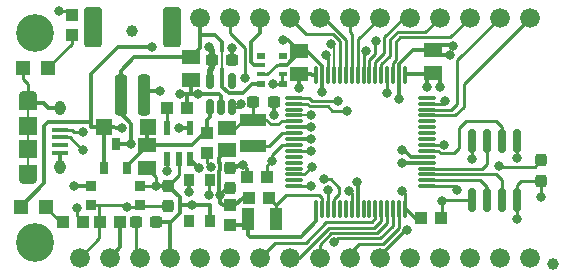
<source format=gbr>
%TF.GenerationSoftware,KiCad,Pcbnew,8.0.4-8.0.4-0~ubuntu22.04.1*%
%TF.CreationDate,2024-08-18T15:20:42-07:00*%
%TF.ProjectId,feather_M4_express,66656174-6865-4725-9f4d-345f65787072,rev?*%
%TF.SameCoordinates,Original*%
%TF.FileFunction,Copper,L1,Top*%
%TF.FilePolarity,Positive*%
%FSLAX46Y46*%
G04 Gerber Fmt 4.6, Leading zero omitted, Abs format (unit mm)*
G04 Created by KiCad (PCBNEW 8.0.4-8.0.4-0~ubuntu22.04.1) date 2024-08-18 15:20:42*
%MOMM*%
%LPD*%
G01*
G04 APERTURE LIST*
G04 Aperture macros list*
%AMRoundRect*
0 Rectangle with rounded corners*
0 $1 Rounding radius*
0 $2 $3 $4 $5 $6 $7 $8 $9 X,Y pos of 4 corners*
0 Add a 4 corners polygon primitive as box body*
4,1,4,$2,$3,$4,$5,$6,$7,$8,$9,$2,$3,0*
0 Add four circle primitives for the rounded corners*
1,1,$1+$1,$2,$3*
1,1,$1+$1,$4,$5*
1,1,$1+$1,$6,$7*
1,1,$1+$1,$8,$9*
0 Add four rect primitives between the rounded corners*
20,1,$1+$1,$2,$3,$4,$5,0*
20,1,$1+$1,$4,$5,$6,$7,0*
20,1,$1+$1,$6,$7,$8,$9,0*
20,1,$1+$1,$8,$9,$2,$3,0*%
G04 Aperture macros list end*
%TA.AperFunction,SMDPad,CuDef*%
%ADD10R,1.000000X1.075000*%
%TD*%
%TA.AperFunction,SMDPad,CuDef*%
%ADD11R,1.350000X0.400000*%
%TD*%
%TA.AperFunction,ComponentPad*%
%ADD12O,1.550000X0.890000*%
%TD*%
%TA.AperFunction,SMDPad,CuDef*%
%ADD13R,1.550000X1.200000*%
%TD*%
%TA.AperFunction,ComponentPad*%
%ADD14O,0.950000X1.250000*%
%TD*%
%TA.AperFunction,SMDPad,CuDef*%
%ADD15R,1.550000X1.500000*%
%TD*%
%TA.AperFunction,SMDPad,CuDef*%
%ADD16R,1.200000X1.200000*%
%TD*%
%TA.AperFunction,ComponentPad*%
%ADD17C,3.200000*%
%TD*%
%TA.AperFunction,SMDPad,CuDef*%
%ADD18R,0.635000X1.016000*%
%TD*%
%TA.AperFunction,SMDPad,CuDef*%
%ADD19R,0.900000X0.900000*%
%TD*%
%TA.AperFunction,SMDPad,CuDef*%
%ADD20R,2.200000X1.016000*%
%TD*%
%TA.AperFunction,ComponentPad*%
%ADD21C,1.676400*%
%TD*%
%TA.AperFunction,SMDPad,CuDef*%
%ADD22C,1.000000*%
%TD*%
%TA.AperFunction,SMDPad,CuDef*%
%ADD23R,1.500000X1.240000*%
%TD*%
%TA.AperFunction,SMDPad,CuDef*%
%ADD24RoundRect,0.075000X0.075000X-0.662500X0.075000X0.662500X-0.075000X0.662500X-0.075000X-0.662500X0*%
%TD*%
%TA.AperFunction,SMDPad,CuDef*%
%ADD25RoundRect,0.075000X0.662500X-0.075000X0.662500X0.075000X-0.662500X0.075000X-0.662500X-0.075000X0*%
%TD*%
%TA.AperFunction,SMDPad,CuDef*%
%ADD26RoundRect,0.237500X-0.237500X0.300000X-0.237500X-0.300000X0.237500X-0.300000X0.237500X0.300000X0*%
%TD*%
%TA.AperFunction,SMDPad,CuDef*%
%ADD27R,1.075000X1.000000*%
%TD*%
%TA.AperFunction,SMDPad,CuDef*%
%ADD28R,0.800000X0.500000*%
%TD*%
%TA.AperFunction,SMDPad,CuDef*%
%ADD29R,0.800000X0.400000*%
%TD*%
%TA.AperFunction,SMDPad,CuDef*%
%ADD30RoundRect,0.150000X0.150000X-0.825000X0.150000X0.825000X-0.150000X0.825000X-0.150000X-0.825000X0*%
%TD*%
%TA.AperFunction,SMDPad,CuDef*%
%ADD31RoundRect,0.250000X0.250000X1.500000X-0.250000X1.500000X-0.250000X-1.500000X0.250000X-1.500000X0*%
%TD*%
%TA.AperFunction,SMDPad,CuDef*%
%ADD32RoundRect,0.250001X0.499999X1.449999X-0.499999X1.449999X-0.499999X-1.449999X0.499999X-1.449999X0*%
%TD*%
%TA.AperFunction,SMDPad,CuDef*%
%ADD33RoundRect,0.237500X-0.300000X-0.237500X0.300000X-0.237500X0.300000X0.237500X-0.300000X0.237500X0*%
%TD*%
%TA.AperFunction,SMDPad,CuDef*%
%ADD34R,1.100000X1.900000*%
%TD*%
%TA.AperFunction,SMDPad,CuDef*%
%ADD35R,1.400000X1.400000*%
%TD*%
%TA.AperFunction,SMDPad,CuDef*%
%ADD36R,0.850000X1.000000*%
%TD*%
%TA.AperFunction,SMDPad,CuDef*%
%ADD37R,0.550000X1.200000*%
%TD*%
%TA.AperFunction,SMDPad,CuDef*%
%ADD38RoundRect,0.237500X0.237500X-0.300000X0.237500X0.300000X-0.237500X0.300000X-0.237500X-0.300000X0*%
%TD*%
%TA.AperFunction,SMDPad,CuDef*%
%ADD39RoundRect,0.150000X0.150000X-0.512500X0.150000X0.512500X-0.150000X0.512500X-0.150000X-0.512500X0*%
%TD*%
%TA.AperFunction,ViaPad*%
%ADD40C,0.800000*%
%TD*%
%TA.AperFunction,ViaPad*%
%ADD41C,0.800100*%
%TD*%
%TA.AperFunction,ViaPad*%
%ADD42C,0.806400*%
%TD*%
%TA.AperFunction,Conductor*%
%ADD43C,0.304800*%
%TD*%
%TA.AperFunction,Conductor*%
%ADD44C,0.250000*%
%TD*%
%TA.AperFunction,Conductor*%
%ADD45C,0.254000*%
%TD*%
%TA.AperFunction,Conductor*%
%ADD46C,0.130000*%
%TD*%
%TA.AperFunction,Conductor*%
%ADD47C,0.508000*%
%TD*%
%TA.AperFunction,Conductor*%
%ADD48C,0.203200*%
%TD*%
%TA.AperFunction,Conductor*%
%ADD49C,0.200000*%
%TD*%
G04 APERTURE END LIST*
D10*
%TO.P,R7,1,1*%
%TO.N,/D13*%
X210032600Y-127279400D03*
%TO.P,R7,2,2*%
%TO.N,Net-(L1-PadA)*%
X210032600Y-128979400D03*
%TD*%
D11*
%TO.P,X3,1,VBUS*%
%TO.N,VBUS*%
X208998800Y-136338200D03*
%TO.P,X3,2,D-*%
%TO.N,/D-*%
X208998800Y-136988200D03*
%TO.P,X3,3,D+*%
%TO.N,/D+*%
X208998800Y-137638200D03*
%TO.P,X3,4,ID*%
%TO.N,unconnected-(X3-ID-Pad4)*%
X208998800Y-138288200D03*
%TO.P,X3,5,GND*%
%TO.N,GND*%
X208998800Y-138938200D03*
D12*
%TO.P,X3,6,Shield*%
X206298800Y-134138200D03*
D13*
X206298800Y-134738200D03*
D14*
X208998800Y-135138200D03*
D15*
X206298800Y-136638200D03*
X206298800Y-138638200D03*
D14*
X208998800Y-140138200D03*
D13*
X206298800Y-140538200D03*
D12*
X206298800Y-141138200D03*
%TD*%
D10*
%TO.P,C2,1,1*%
%TO.N,Net-(U$1A-PA00{slash}EINT0{slash}SERCOM1.0)*%
X223418400Y-145083900D03*
%TO.P,C2,2,2*%
%TO.N,GND*%
X223418400Y-143383900D03*
%TD*%
D16*
%TO.P,L1,A,A*%
%TO.N,Net-(L1-PadA)*%
X208000600Y-131724400D03*
%TO.P,L1,C,C*%
%TO.N,GND*%
X205900600Y-131724400D03*
%TD*%
D17*
%TO.P,U$32,P$1*%
%TO.N,N/C*%
X206857600Y-146532600D03*
%TD*%
D18*
%TO.P,Q3,1,G*%
%TO.N,VBUS*%
X212765600Y-140226800D03*
%TO.P,Q3,2,S*%
%TO.N,/Vin*%
X214665600Y-140226800D03*
%TO.P,Q3,3,D*%
%TO.N,VBAT*%
X213715600Y-138226800D03*
%TD*%
D19*
%TO.P,SW1,A,P*%
%TO.N,/~{RESET}*%
X211673000Y-143332200D03*
%TO.P,SW1,A',P1*%
X215773000Y-143332200D03*
%TO.P,SW1,B,S*%
%TO.N,GND*%
X211673000Y-141732200D03*
%TO.P,SW1,B',S1*%
X215773000Y-141732200D03*
%TD*%
D16*
%TO.P,CHG,A,A*%
%TO.N,VBUS*%
X205689200Y-143484600D03*
%TO.P,CHG,C,C*%
%TO.N,Net-(CHG1-PadC)*%
X207789200Y-143484600D03*
%TD*%
D20*
%TO.P,L2,P$1,1*%
%TO.N,Net-(L2-1)*%
X225374200Y-136134600D03*
%TO.P,L2,P$2,2*%
%TO.N,Net-(L2-2)*%
X225374200Y-138388600D03*
%TD*%
D21*
%TO.P,JP1,1,Pin_1*%
%TO.N,/D4*%
X248767600Y-147802600D03*
%TO.P,JP1,2,Pin_2*%
%TO.N,/TX_D1*%
X246227600Y-147802600D03*
%TO.P,JP1,3,Pin_3*%
%TO.N,/RX_D0*%
X243687600Y-147802600D03*
%TO.P,JP1,4,Pin_4*%
%TO.N,/MISO*%
X241147600Y-147802600D03*
%TO.P,JP1,5,Pin_5*%
%TO.N,/MOSI*%
X238607600Y-147802600D03*
%TO.P,JP1,6,Pin_6*%
%TO.N,/SCK*%
X236067600Y-147802600D03*
%TO.P,JP1,7,Pin_7*%
%TO.N,/A5*%
X233527600Y-147802600D03*
%TO.P,JP1,8,Pin_8*%
%TO.N,/A4*%
X230987600Y-147802600D03*
%TO.P,JP1,9,Pin_9*%
%TO.N,/A3*%
X228447600Y-147802600D03*
%TO.P,JP1,10,Pin_10*%
%TO.N,/A2*%
X225907600Y-147802600D03*
%TO.P,JP1,11,Pin_11*%
%TO.N,/A1*%
X223367600Y-147802600D03*
%TO.P,JP1,12,Pin_12*%
%TO.N,/A0*%
X220827600Y-147802600D03*
%TO.P,JP1,13,Pin_13*%
%TO.N,GND*%
X218287600Y-147802600D03*
%TO.P,JP1,14,Pin_14*%
%TO.N,/AREF*%
X215747600Y-147802600D03*
%TO.P,JP1,15,Pin_15*%
%TO.N,+3V3*%
X213207600Y-147802600D03*
%TO.P,JP1,16,Pin_16*%
%TO.N,/~{RESET}*%
X210667600Y-147802600D03*
%TD*%
D22*
%TO.P,FID1,*%
%TO.N,*%
X215112600Y-128625600D03*
%TD*%
D23*
%TO.P,C6,1,1*%
%TO.N,/Vin*%
X216357200Y-138282600D03*
%TO.P,C6,2,2*%
%TO.N,GND*%
X216357200Y-140182600D03*
%TD*%
D24*
%TO.P,U$1,1,PA00/EINT0/SERCOM1.0*%
%TO.N,Net-(U$1A-PA00{slash}EINT0{slash}SERCOM1.0)*%
X230713400Y-143684400D03*
%TO.P,U$1,2,PA01/EINT1/SERCOM1.1*%
%TO.N,Net-(U$1A-PA01{slash}EINT1{slash}SERCOM1.1)*%
X231213400Y-143684400D03*
%TO.P,U$1,3,PA02/EINT2/AIN0/VOUT0*%
%TO.N,/A0*%
X231713400Y-143684400D03*
%TO.P,U$1,4,PA03/I3/VREFA/AIN1*%
%TO.N,/AREF*%
X232213400Y-143684400D03*
%TO.P,U$1,5,PB04/I4/AIN6*%
%TO.N,unconnected-(U$1B-PB04{slash}I4{slash}AIN6-Pad5)*%
X232713400Y-143684400D03*
%TO.P,U$1,6,PB05/I5/AIN7*%
%TO.N,unconnected-(U$1B-PB05{slash}I5{slash}AIN7-Pad6)*%
X233213400Y-143684400D03*
%TO.P,U$1,7,GND_0*%
%TO.N,GND*%
X233713400Y-143684400D03*
%TO.P,U$1,8,VDDANA*%
%TO.N,+3V3*%
X234213400Y-143684400D03*
%TO.P,U$1,9,PB06/I6/AIN8*%
%TO.N,unconnected-(U$1B-PB06{slash}I6{slash}AIN8-Pad9)*%
X234713400Y-143684400D03*
%TO.P,U$1,10,PB07/I7/AIN9*%
%TO.N,unconnected-(U$1B-PB07{slash}I7{slash}AIN9-Pad10)*%
X235213400Y-143684400D03*
%TO.P,U$1,11,PB08/I8/AIN2/SERCOM4.0*%
%TO.N,/A2*%
X235713400Y-143684400D03*
%TO.P,U$1,12,PB09/I9/AIN3/SERCOM4.1*%
%TO.N,/A3*%
X236213400Y-143684400D03*
%TO.P,U$1,13,PA04/I4/VREFB/AIN4/SERCOM0.0*%
%TO.N,/A4*%
X236713400Y-143684400D03*
%TO.P,U$1,14,PA05/I5/AIN5/VOUT1/SERCOM0.1*%
%TO.N,/A1*%
X237213400Y-143684400D03*
%TO.P,U$1,15,PA06/I6/VREFC/AIN6/SERCOM0.2*%
%TO.N,/A5*%
X237713400Y-143684400D03*
%TO.P,U$1,16,PA07/I7/AIN7/SERCOM0.3*%
%TO.N,+3V3*%
X238213400Y-143684400D03*
D25*
%TO.P,U$1,17,PA08/I2C/AIN8/SERCOM0.0+2.1/I2SMCK*%
%TO.N,/QSPI_DATA[0]*%
X240125900Y-141771900D03*
%TO.P,U$1,18,PA09/I2C/I9/AIN9/SERCOM0.1+2.0/I2SFS0*%
%TO.N,/QSPI_DATA[1]*%
X240125900Y-141271900D03*
%TO.P,U$1,19,PA10/I10/AIN10/SERCOM0+2.2/I2SCK*%
%TO.N,/QSPI_DATA[2]*%
X240125900Y-140771900D03*
%TO.P,U$1,20,PA11/I11/AIN11/SERCOM0+2.3/I2SDO*%
%TO.N,/QSPI_DATA[3]*%
X240125900Y-140271900D03*
%TO.P,U$1,21,VDDIO_0*%
%TO.N,+3V3*%
X240125900Y-139771900D03*
%TO.P,U$1,22,GND_1*%
%TO.N,GND*%
X240125900Y-139271900D03*
%TO.P,U$1,23,PB10/I10/SERCOM4.2/I2SDI*%
%TO.N,/QSPI_SCK*%
X240125900Y-138771900D03*
%TO.P,U$1,24,PB11/I11/SERCOM4.3/I2SFS1*%
%TO.N,/QSPI_CS*%
X240125900Y-138271900D03*
%TO.P,U$1,25,PB12/I12/SERCOM4.0/I2SCK1*%
%TO.N,unconnected-(U$1B-PB12{slash}I12{slash}SERCOM4.0{slash}I2SCK1-Pad25)*%
X240125900Y-137771900D03*
%TO.P,U$1,26,PB13/I13/SERCOM4.1/I2SMCK1*%
%TO.N,unconnected-(U$1B-PB13{slash}I13{slash}SERCOM4.1{slash}I2SMCK1-Pad26)*%
X240125900Y-137271900D03*
%TO.P,U$1,27,PB14/I14/SERCOM4.2/PCC8*%
%TO.N,unconnected-(U$1B-PB14{slash}I14{slash}SERCOM4.2{slash}PCC8-Pad27)*%
X240125900Y-136771900D03*
%TO.P,U$1,28,PB15/I15/SERCOM4.3/PCC9*%
%TO.N,unconnected-(U$1B-PB15{slash}I15{slash}SERCOM4.3{slash}PCC9-Pad28)*%
X240125900Y-136271900D03*
%TO.P,U$1,29,PA12/I12/I2C/SERCOM2.0+4.1*%
%TO.N,/SDA*%
X240125900Y-135771900D03*
%TO.P,U$1,30,PA13/I13/I2C/SERCOM2.1+4.0*%
%TO.N,/SCL*%
X240125900Y-135271900D03*
%TO.P,U$1,31,PA14/I14/SERCOM2+4.2*%
%TO.N,/D4*%
X240125900Y-134771900D03*
%TO.P,U$1,32,PA15/I15/SERCOM2+4.3*%
%TO.N,unconnected-(U$1A-PA15{slash}I15{slash}SERCOM2+4.3-Pad32)*%
X240125900Y-134271900D03*
D24*
%TO.P,U$1,33,GND_2*%
%TO.N,GND*%
X238213400Y-132359400D03*
%TO.P,U$1,34,VDDIO_1*%
%TO.N,+3V3*%
X237713400Y-132359400D03*
%TO.P,U$1,35,PA16/I2C/I0/SERCOM1.0+3.1*%
%TO.N,/D5*%
X237213400Y-132359400D03*
%TO.P,U$1,36,PA17/I2C/I1/SERCOM1.1+3.0*%
%TO.N,/SCK*%
X236713400Y-132359400D03*
%TO.P,U$1,37,PA18/I2/SERCOM1+3.2*%
%TO.N,/D6*%
X236213400Y-132359400D03*
%TO.P,U$1,38,PA19/I3/SERCOM1+3.3*%
%TO.N,/D9*%
X235713400Y-132359400D03*
%TO.P,U$1,39,PB16/I0/SERCOM5.0/I2SCK0*%
%TO.N,/TX_D1*%
X235213400Y-132359400D03*
%TO.P,U$1,40,PB17/SERCOM5.1/I2SMCK0*%
%TO.N,/RX_D0*%
X234713400Y-132359400D03*
%TO.P,U$1,41,PA20/I4/SERCOM3+5.2/I2SFS0*%
%TO.N,/D10*%
X234213400Y-132359400D03*
%TO.P,U$1,42,PA21/I5/SERCOM3+5.3/I2SDO*%
%TO.N,/D11*%
X233713400Y-132359400D03*
%TO.P,U$1,43,PA22/I2C/16/SERCOM3.0+5.1/I2SDI*%
%TO.N,/D12*%
X233213400Y-132359400D03*
%TO.P,U$1,44,PA23/I2C/I7/SERCOM3.1+5.0/SOF/I2SFS1*%
%TO.N,/D13*%
X232713400Y-132359400D03*
%TO.P,U$1,45,PA24/I8/SERCOM3+5.2/D-*%
%TO.N,/D-*%
X232213400Y-132359400D03*
%TO.P,U$1,46,PA25/19/SERCOM3+5.3/D+*%
%TO.N,/D+*%
X231713400Y-132359400D03*
%TO.P,U$1,47,GND_3*%
%TO.N,GND*%
X231213400Y-132359400D03*
%TO.P,U$1,48,VDDIO_2*%
%TO.N,+3V3*%
X230713400Y-132359400D03*
D25*
%TO.P,U$1,49,PB22/I6/SERCOM1+5.2*%
%TO.N,/MISO*%
X228800900Y-134271900D03*
%TO.P,U$1,50,PB23/I7/SERCOM1+5.3*%
%TO.N,/MOSI*%
X228800900Y-134771900D03*
%TO.P,U$1,51,PA27/I11*%
%TO.N,unconnected-(U$1A-PA27{slash}I11-Pad51)*%
X228800900Y-135271900D03*
%TO.P,U$1,52,~{RESET}*%
%TO.N,/~{RESET}*%
X228800900Y-135771900D03*
%TO.P,U$1,53,VDDCORE*%
%TO.N,Net-(L2-1)*%
X228800900Y-136271900D03*
%TO.P,U$1,54,GND_4*%
%TO.N,GND*%
X228800900Y-136771900D03*
%TO.P,U$1,55,VSW*%
%TO.N,Net-(L2-2)*%
X228800900Y-137271900D03*
%TO.P,U$1,56,VDDIO_3*%
%TO.N,+3V3*%
X228800900Y-137771900D03*
%TO.P,U$1,57,PA30/I14/SERCOM1.2/SWCLK*%
%TO.N,/SWCLK*%
X228800900Y-138271900D03*
%TO.P,U$1,58,PA31/I15/SERCOM1.3/SWDIO*%
%TO.N,/SWDIO*%
X228800900Y-138771900D03*
%TO.P,U$1,59,PB30/I14/SERCOM5.1/SWO*%
%TO.N,unconnected-(U$1B-PB30{slash}I14{slash}SERCOM5.1{slash}SWO-Pad59)*%
X228800900Y-139271900D03*
%TO.P,U$1,60,PB31/I15/SERCOM5.0*%
%TO.N,unconnected-(U$1B-PB31{slash}I15{slash}SERCOM5.0-Pad60)*%
X228800900Y-139771900D03*
%TO.P,U$1,61,PB00/I0/AIN12/SERCOM5.2*%
%TO.N,unconnected-(U$1B-PB00{slash}I0{slash}AIN12{slash}SERCOM5.2-Pad61)*%
X228800900Y-140271900D03*
%TO.P,U$1,62,PB01/I1/AIN13/SERCOM5.3*%
%TO.N,/V_DIV*%
X228800900Y-140771900D03*
%TO.P,U$1,63,PB02/I2/AIN14/SERCOM5.0*%
%TO.N,unconnected-(U$1B-PB02{slash}I2{slash}AIN14{slash}SERCOM5.0-Pad63)*%
X228800900Y-141271900D03*
%TO.P,U$1,64,PB03/I3/AIN15/SERCOM5.1*%
%TO.N,/D8_NEOPIX*%
X228800900Y-141771900D03*
%TD*%
D26*
%TO.P,C10,1,1*%
%TO.N,+3V3*%
X249758200Y-139573000D03*
%TO.P,C10,2,2*%
%TO.N,GND*%
X249758200Y-141298000D03*
%TD*%
D17*
%TO.P,P$2,P$1*%
%TO.N,N/C*%
X206883000Y-128778000D03*
%TD*%
D27*
%TO.P,R8,1,1*%
%TO.N,Net-(U3-PROG)*%
X218098000Y-135128000D03*
%TO.P,R8,2,2*%
%TO.N,GND*%
X219798000Y-135128000D03*
%TD*%
D10*
%TO.P,R3,1,1*%
%TO.N,/Vin*%
X221437200Y-137288800D03*
%TO.P,R3,2,2*%
%TO.N,/EN*%
X221437200Y-138988800D03*
%TD*%
D21*
%TO.P,JP3,1,Pin_1*%
%TO.N,VBAT*%
X220827600Y-127482600D03*
%TO.P,JP3,2,Pin_2*%
%TO.N,/EN*%
X223367600Y-127482600D03*
%TO.P,JP3,3,Pin_3*%
%TO.N,VBUS*%
X225907600Y-127482600D03*
%TO.P,JP3,4,Pin_4*%
%TO.N,/D13*%
X228447600Y-127482600D03*
%TO.P,JP3,5,Pin_5*%
%TO.N,/D12*%
X230987600Y-127482600D03*
%TO.P,JP3,6,Pin_6*%
%TO.N,/D11*%
X233527600Y-127482600D03*
%TO.P,JP3,7,Pin_7*%
%TO.N,/D10*%
X236067600Y-127482600D03*
%TO.P,JP3,8,Pin_8*%
%TO.N,/D9*%
X238607600Y-127482600D03*
%TO.P,JP3,9,Pin_9*%
%TO.N,/D6*%
X241147600Y-127482600D03*
%TO.P,JP3,10,Pin_10*%
%TO.N,/D5*%
X243687600Y-127482600D03*
%TO.P,JP3,11,Pin_11*%
%TO.N,/SCL*%
X246227600Y-127482600D03*
%TO.P,JP3,12,Pin_12*%
%TO.N,/SDA*%
X248767600Y-127482600D03*
%TD*%
D28*
%TO.P,R9,1,1*%
%TO.N,/V_DIV*%
X227874400Y-133102200D03*
D29*
%TO.P,R9,2,1*%
X227874400Y-132302200D03*
%TO.P,R9,3,1*%
%TO.N,GND*%
X227874400Y-131502200D03*
D28*
%TO.P,R9,4,1*%
%TO.N,unconnected-(R9D-1-Pad4)*%
X227874400Y-130702200D03*
%TO.P,R9,5,2*%
%TO.N,unconnected-(R9D-2-Pad5)*%
X226074400Y-130702200D03*
D29*
%TO.P,R9,6,2*%
%TO.N,VBUS*%
X226074400Y-131502200D03*
%TO.P,R9,7,2*%
%TO.N,GND*%
X226074400Y-132302200D03*
D28*
%TO.P,R9,8,2*%
%TO.N,VBAT*%
X226074400Y-133102200D03*
%TD*%
D30*
%TO.P,U1,1,SSEL*%
%TO.N,/QSPI_CS*%
X243865400Y-142911600D03*
%TO.P,U1,2,MISO*%
%TO.N,/QSPI_DATA[1]*%
X245135400Y-142911600D03*
%TO.P,U1,3,WP#/IO2*%
%TO.N,/QSPI_DATA[2]*%
X246405400Y-142911600D03*
%TO.P,U1,4,VSS*%
%TO.N,GND*%
X247675400Y-142911600D03*
%TO.P,U1,5,MOSI*%
%TO.N,/QSPI_DATA[0]*%
X247675400Y-137961600D03*
%TO.P,U1,6,SCK*%
%TO.N,/QSPI_SCK*%
X246405400Y-137961600D03*
%TO.P,U1,7,HOLD#/IO3*%
%TO.N,/QSPI_DATA[3]*%
X245135400Y-137961600D03*
%TO.P,U1,8,VCC*%
%TO.N,+3V3*%
X243865400Y-137961600D03*
%TD*%
D23*
%TO.P,C3,1,1*%
%TO.N,VBAT*%
X220065600Y-130835400D03*
%TO.P,C3,2,2*%
%TO.N,GND*%
X220065600Y-132735400D03*
%TD*%
%TO.P,C5,1,1*%
%TO.N,+3V3*%
X240604600Y-130264100D03*
%TO.P,C5,2,2*%
%TO.N,GND*%
X240604600Y-132164100D03*
%TD*%
%TO.P,C8,1,1*%
%TO.N,+3V3*%
X229235000Y-132232400D03*
%TO.P,C8,2,2*%
%TO.N,GND*%
X229235000Y-130332400D03*
%TD*%
D31*
%TO.P,X1,1,1*%
%TO.N,GND*%
X216140800Y-134020000D03*
%TO.P,X1,2,2*%
%TO.N,VBAT*%
X214140800Y-134020000D03*
D32*
%TO.P,X1,MP*%
%TO.N,N/C*%
X218490800Y-128270000D03*
X211790800Y-128270000D03*
%TD*%
D27*
%TO.P,R6,1,1*%
%TO.N,+3V3*%
X224866200Y-140995400D03*
%TO.P,R6,2,2*%
%TO.N,/SWCLK*%
X226566200Y-140995400D03*
%TD*%
D33*
%TO.P,C7,1,1*%
%TO.N,+3V3*%
X221870100Y-131102100D03*
%TO.P,C7,2,2*%
%TO.N,GND*%
X223595100Y-131102100D03*
%TD*%
D23*
%TO.P,C13,1,1*%
%TO.N,Net-(L2-1)*%
X223113600Y-136829800D03*
%TO.P,C13,2,2*%
%TO.N,GND*%
X223113600Y-138729800D03*
%TD*%
D26*
%TO.P,C11,1,1*%
%TO.N,+3V3*%
X223418400Y-140234500D03*
%TO.P,C11,2,2*%
%TO.N,GND*%
X223418400Y-141959500D03*
%TD*%
D27*
%TO.P,C4,1,1*%
%TO.N,Net-(U$1A-PA01{slash}EINT1{slash}SERCOM1.1)*%
X226695000Y-142722600D03*
%TO.P,C4,2,2*%
%TO.N,GND*%
X224995000Y-142722600D03*
%TD*%
D34*
%TO.P,X2,P$1,P$1*%
%TO.N,Net-(U$1A-PA00{slash}EINT0{slash}SERCOM1.0)*%
X224930000Y-144576800D03*
%TO.P,X2,P$2,P$2*%
%TO.N,Net-(U$1A-PA01{slash}EINT1{slash}SERCOM1.1)*%
X227330000Y-144576800D03*
%TD*%
D35*
%TO.P,D4,A,A*%
%TO.N,VBUS*%
X212775800Y-136753600D03*
%TO.P,D4,C,C*%
%TO.N,/Vin*%
X216475800Y-136753600D03*
%TD*%
D17*
%TO.P,P$1,P$1*%
%TO.N,N/C*%
X206857600Y-146507200D03*
%TD*%
D36*
%TO.P,LED1,1,DI*%
%TO.N,/D8_NEOPIX*%
X221688600Y-141224000D03*
%TO.P,LED1,2,VDD*%
%TO.N,+3V3*%
X219938600Y-141224000D03*
%TO.P,LED1,3,DO*%
%TO.N,unconnected-(LED1-DO-Pad3)*%
X219938600Y-144724000D03*
%TO.P,LED1,4,GND*%
%TO.N,GND*%
X221688600Y-144724000D03*
%TD*%
D37*
%TO.P,U3,1,STAT*%
%TO.N,Net-(U3-STAT)*%
X218099600Y-139446000D03*
%TO.P,U3,2,VSS*%
%TO.N,GND*%
X219049600Y-139446000D03*
%TO.P,U3,3,VBAT*%
%TO.N,VBAT*%
X219999600Y-139446000D03*
%TO.P,U3,4,VDD*%
%TO.N,VBUS*%
X219999600Y-136845800D03*
%TO.P,U3,5,PROG*%
%TO.N,Net-(U3-PROG)*%
X218099600Y-136845800D03*
%TD*%
D27*
%TO.P,R2,1,1*%
%TO.N,Net-(CHG1-PadC)*%
X209296000Y-144805400D03*
%TO.P,R2,2,2*%
%TO.N,Net-(U3-STAT)*%
X210996000Y-144805400D03*
%TD*%
D33*
%TO.P,C14,1,1*%
%TO.N,/AREF*%
X215443900Y-144830800D03*
%TO.P,C14,2,2*%
%TO.N,GND*%
X217168900Y-144830800D03*
%TD*%
D27*
%TO.P,R4,1,1*%
%TO.N,+3V3*%
X214071200Y-144830800D03*
%TO.P,R4,2,2*%
%TO.N,/~{RESET}*%
X212371200Y-144830800D03*
%TD*%
D38*
%TO.P,C12,1,1*%
%TO.N,/~{RESET}*%
X218186000Y-143433800D03*
%TO.P,C12,2,2*%
%TO.N,GND*%
X218186000Y-141708800D03*
%TD*%
D39*
%TO.P,U2,1,VIN*%
%TO.N,/Vin*%
X221716600Y-135091600D03*
%TO.P,U2,2,GND*%
%TO.N,GND*%
X222666600Y-135091600D03*
%TO.P,U2,3,EN*%
%TO.N,/EN*%
X223616600Y-135091600D03*
%TO.P,U2,4,NC*%
%TO.N,unconnected-(U2-NC-Pad4)*%
X223616600Y-132816600D03*
%TO.P,U2,5,VOUT*%
%TO.N,+3V3*%
X221716600Y-132816600D03*
%TD*%
D33*
%TO.P,C15,1,1*%
%TO.N,Net-(L2-1)*%
X225374200Y-134594600D03*
%TO.P,C15,2,2*%
%TO.N,GND*%
X227099200Y-134594600D03*
%TD*%
D27*
%TO.P,R5,1,1*%
%TO.N,+3V3*%
X239572800Y-144424400D03*
%TO.P,R5,2,2*%
%TO.N,/QSPI_CS*%
X241272800Y-144424400D03*
%TD*%
D22*
%TO.P,FID2,*%
%TO.N,*%
X250723400Y-148310600D03*
%TD*%
D40*
%TO.N,GND*%
X227100466Y-135711336D03*
X220167200Y-143383900D03*
X210235800Y-141732200D03*
X247675400Y-144551400D03*
X230269300Y-136771900D03*
X223596200Y-130086000D03*
X233486400Y-142163800D03*
X217449400Y-133705600D03*
X220726000Y-133985000D03*
X217119200Y-141706600D03*
X249758200Y-142671800D03*
X238007600Y-138734800D03*
X219202000Y-133985000D03*
X241147600Y-133383300D03*
X231213400Y-133779000D03*
X240096600Y-133357900D03*
X222589210Y-142498256D03*
X227914200Y-129387600D03*
%TO.N,/~{RESET}*%
X230225600Y-135763000D03*
D41*
X214668100Y-143548100D03*
D40*
%TO.N,+3V3*%
X242038356Y-130647647D03*
X230248700Y-137771900D03*
X246167554Y-140085536D03*
X234197600Y-141376400D03*
D41*
X219955213Y-142231213D03*
D40*
X237972600Y-139771900D03*
X221640400Y-129971800D03*
X238007600Y-142138400D03*
X237744000Y-134366000D03*
D41*
X224510599Y-139928599D03*
D40*
X243865400Y-139446000D03*
X242265200Y-129860600D03*
X229209600Y-133451600D03*
%TO.N,/AREF*%
X231343200Y-141173200D03*
%TO.N,VBAT*%
X215007198Y-138150600D03*
X220751400Y-140182600D03*
D41*
%TO.N,VBUS*%
X216827100Y-129959100D03*
D40*
X214296700Y-136855200D03*
X219075000Y-136855200D03*
D42*
%TO.N,/A1*%
X232246630Y-146496230D03*
D40*
%TO.N,/D4*%
X241579400Y-134544900D03*
%TO.N,/MOSI*%
X233324400Y-135382000D03*
D42*
%TO.N,/TX_D1*%
X235733746Y-129467454D03*
%TO.N,/RX_D0*%
X234943600Y-130276600D03*
%TO.N,/MISO*%
X232562400Y-134543800D03*
%TO.N,/SCK*%
X238426600Y-145492700D03*
D40*
X236728000Y-133908800D03*
%TO.N,/A0*%
X231698800Y-142113000D03*
D41*
%TO.N,/D13*%
X208889600Y-126911100D03*
%TO.N,/EN*%
X224332800Y-134823200D03*
X221767400Y-140123948D03*
X224663000Y-132638800D03*
%TO.N,/D8_NEOPIX*%
X221589600Y-142468600D03*
D40*
X230225600Y-141746600D03*
D42*
%TO.N,/QSPI_CS*%
X241376200Y-143052800D03*
D40*
X241528600Y-138252200D03*
%TO.N,/V_DIV*%
X230327200Y-140157200D03*
X227074402Y-133082048D03*
%TO.N,Net-(U3-STAT)*%
X218109800Y-140512800D03*
D41*
X210413600Y-143611600D03*
D40*
%TO.N,/SWCLK*%
X226923600Y-139649200D03*
%TO.N,/SWDIO*%
X230251000Y-138785600D03*
D41*
%TO.N,/D+*%
X210985100Y-138658600D03*
D42*
X231495600Y-130657600D03*
D40*
%TO.N,/QSPI_DATA[0]*%
X242646200Y-142062200D03*
X247675400Y-139406800D03*
D41*
%TO.N,/D-*%
X210985100Y-137198100D03*
D42*
X231928244Y-129742356D03*
%TD*%
D43*
%TO.N,GND*%
X223418400Y-143383900D02*
X222784300Y-143383900D01*
X228204900Y-131464100D02*
X229226600Y-130442400D01*
D44*
X226574400Y-132302200D02*
X226074400Y-132302200D01*
D43*
X221688600Y-143386500D02*
X221688600Y-144724000D01*
X222504000Y-142413046D02*
X222504000Y-140451473D01*
X231213400Y-132359400D02*
X231213400Y-133779000D01*
X222519850Y-140435623D02*
X222519850Y-139812273D01*
X222580200Y-143179800D02*
X222580200Y-142507266D01*
D45*
X206298800Y-141138200D02*
X206298800Y-140538200D01*
D43*
X206298800Y-134738200D02*
X207623500Y-134738200D01*
X220167200Y-143383900D02*
X221691200Y-143383900D01*
X219202000Y-133985000D02*
X220726000Y-133985000D01*
X217168900Y-144830800D02*
X218211400Y-144830800D01*
X223849300Y-143383900D02*
X224510600Y-142722600D01*
X221691200Y-143383900D02*
X221688600Y-143386500D01*
X241147600Y-133383300D02*
X241147600Y-132707100D01*
X220065600Y-132735400D02*
X220065600Y-133959600D01*
D44*
X233713400Y-143684400D02*
X233713400Y-142324200D01*
D43*
X217129134Y-141708800D02*
X218186000Y-141708800D01*
D46*
X206298800Y-134138200D02*
X206298800Y-134738200D01*
D43*
X222784300Y-143383900D02*
X222580200Y-143179800D01*
D45*
X219049600Y-140845200D02*
X218186000Y-141708800D01*
D43*
X208998800Y-138938200D02*
X208998800Y-140138200D01*
X207623500Y-134738200D02*
X208023500Y-135138200D01*
X228290200Y-129387600D02*
X229235000Y-130332400D01*
D44*
X249758200Y-141298000D02*
X248033200Y-141298000D01*
D43*
X222504000Y-139339400D02*
X223113600Y-138729800D01*
X224510600Y-142722600D02*
X224995000Y-142722600D01*
X220091000Y-133985000D02*
X220726000Y-133985000D01*
D45*
X217119200Y-141706600D02*
X217119200Y-140944600D01*
X215773000Y-141732200D02*
X217093600Y-141732200D01*
D43*
X223418400Y-143383900D02*
X223849300Y-143383900D01*
X222504000Y-140451473D02*
X222519850Y-140435623D01*
D44*
X247675400Y-141655800D02*
X247675400Y-142911600D01*
X249758200Y-141298000D02*
X249758200Y-142671800D01*
D43*
X220065600Y-133959600D02*
X220091000Y-133985000D01*
X238303150Y-132269650D02*
X238218200Y-132354600D01*
D44*
X205900600Y-131724400D02*
X205900600Y-132697800D01*
D43*
X222589210Y-142498256D02*
X222504000Y-142413046D01*
X222589210Y-142498256D02*
X223127966Y-141959500D01*
X227837100Y-131464100D02*
X228204900Y-131464100D01*
X222666600Y-134147600D02*
X222504000Y-133985000D01*
X241147600Y-132707100D02*
X240604600Y-132164100D01*
X210235800Y-141732200D02*
X211673000Y-141732200D01*
X229923899Y-130332400D02*
X229235000Y-130332400D01*
X219176600Y-142697200D02*
X218188200Y-141708800D01*
X219176600Y-143383000D02*
X219176600Y-142697200D01*
X238175800Y-138734800D02*
X238712900Y-139271900D01*
X220167200Y-143383900D02*
X219177500Y-143383900D01*
X218211400Y-144830800D02*
X218287600Y-144907000D01*
D46*
X222580200Y-142507266D02*
X222589210Y-142498256D01*
D43*
X219176600Y-144018000D02*
X219176600Y-143383000D01*
X240096600Y-132672100D02*
X240604600Y-132164100D01*
X219798000Y-133996800D02*
X219786200Y-133985000D01*
X219798000Y-135128000D02*
X219798000Y-133996800D01*
X222504000Y-139796423D02*
X222504000Y-139339400D01*
X222504000Y-133985000D02*
X220726000Y-133985000D01*
D45*
X219049600Y-139446000D02*
X219049600Y-140845200D01*
D43*
X222666600Y-135091600D02*
X222666600Y-134147600D01*
X238218200Y-132354600D02*
X238218200Y-132359400D01*
D45*
X217119200Y-140944600D02*
X216357200Y-140182600D01*
D44*
X233553000Y-142163800D02*
X233486400Y-142163800D01*
D43*
X218287600Y-144907000D02*
X219176600Y-144018000D01*
X218287600Y-147802600D02*
X218287600Y-144907000D01*
X222519850Y-139812273D02*
X222504000Y-139796423D01*
X208023500Y-135138200D02*
X208998800Y-135138200D01*
X240096600Y-133357900D02*
X240096600Y-132672100D01*
D44*
X206298800Y-133096000D02*
X206298800Y-134138200D01*
D43*
X231213400Y-131621901D02*
X229923899Y-130332400D01*
D44*
X227374400Y-131502200D02*
X226574400Y-132302200D01*
D43*
X223595100Y-131102100D02*
X223595100Y-130087100D01*
D44*
X233705400Y-142316200D02*
X233553000Y-142163800D01*
D46*
X227100466Y-135711336D02*
X227099200Y-135710070D01*
D44*
X233713400Y-142324200D02*
X233705400Y-142316200D01*
X248033200Y-141298000D02*
X247675400Y-141655800D01*
X205900600Y-132697800D02*
X206298800Y-133096000D01*
X247675400Y-142911600D02*
X247675400Y-144551400D01*
D46*
X223595100Y-130087100D02*
X223596200Y-130086000D01*
D43*
X238007600Y-138734800D02*
X238175800Y-138734800D01*
X227914200Y-129387600D02*
X228290200Y-129387600D01*
X228800900Y-136771900D02*
X230269300Y-136771900D01*
X227099200Y-135710070D02*
X227099200Y-134594600D01*
X240499050Y-132269650D02*
X238303150Y-132269650D01*
X238712900Y-139271900D02*
X240125900Y-139271900D01*
D46*
X206298800Y-138638200D02*
X206298800Y-141138200D01*
D43*
X217449400Y-133705600D02*
X216455200Y-133705600D01*
D45*
X217093600Y-141732200D02*
X217119200Y-141706600D01*
D44*
X227874400Y-131502200D02*
X227374400Y-131502200D01*
D46*
X206298800Y-136638200D02*
X206298800Y-138638200D01*
X206298800Y-134738200D02*
X206298800Y-136638200D01*
D43*
X231213400Y-132359400D02*
X231213400Y-131621901D01*
D46*
%TO.N,/~{RESET}*%
X228800900Y-135771900D02*
X230225600Y-135763000D01*
D45*
X215549600Y-143548100D02*
X214668100Y-143548100D01*
X214414100Y-143548100D02*
X214668100Y-143548100D01*
X212382100Y-143332100D02*
X214198100Y-143332100D01*
X212357600Y-143356600D02*
X212382100Y-143332100D01*
X212357600Y-144818100D02*
X212357600Y-143356600D01*
X214198100Y-143332100D02*
X214414100Y-143548100D01*
X212382100Y-143332100D02*
X211665600Y-143332100D01*
X212357600Y-144818100D02*
X212357600Y-146112600D01*
X212357600Y-146112600D02*
X210667600Y-147802600D01*
X218173300Y-143420200D02*
X215853700Y-143420200D01*
%TO.N,Net-(L2-1)*%
X223873100Y-136819600D02*
X224574100Y-136118600D01*
X225374200Y-136134600D02*
X225374200Y-134594600D01*
X223113600Y-136819600D02*
X223873100Y-136819600D01*
X227773104Y-136271900D02*
X227504154Y-136540850D01*
X226901846Y-136540850D02*
X226495596Y-136134600D01*
X226495596Y-136134600D02*
X225374200Y-136134600D01*
X227504154Y-136540850D02*
X226901846Y-136540850D01*
X228800900Y-136271900D02*
X227773104Y-136271900D01*
%TO.N,Net-(U$1A-PA01{slash}EINT1{slash}SERCOM1.1)*%
X227323500Y-143352000D02*
X227323500Y-144576800D01*
X231213400Y-142770600D02*
X231213400Y-143684400D01*
X228156100Y-142519400D02*
X227323500Y-143352000D01*
X230962200Y-142519400D02*
X228156100Y-142519400D01*
X226694100Y-142722600D02*
X227323500Y-143352000D01*
X231213400Y-142770600D02*
X230962200Y-142519400D01*
D43*
%TO.N,Net-(U$1A-PA00{slash}EINT0{slash}SERCOM1.0)*%
X230711000Y-144726400D02*
X230711000Y-143684400D01*
X224930000Y-145859800D02*
X225094800Y-146024600D01*
X229412800Y-146024600D02*
X230711000Y-144726400D01*
X225094800Y-146024600D02*
X229412800Y-146024600D01*
X224422900Y-145083900D02*
X224930000Y-144576800D01*
X223418400Y-145083900D02*
X224422900Y-145083900D01*
X224930000Y-144576800D02*
X224930000Y-145859800D01*
%TO.N,+3V3*%
X242003003Y-130683000D02*
X240690400Y-130683000D01*
X223823700Y-140234500D02*
X223418400Y-140234500D01*
D45*
X239572800Y-144424400D02*
X239090200Y-144424400D01*
D43*
X219927200Y-142203200D02*
X219927200Y-141213900D01*
X230225600Y-132232400D02*
X229235000Y-132232400D01*
X214057600Y-144818100D02*
X214057600Y-146952600D01*
X228800900Y-137771900D02*
X230248700Y-137771900D01*
X242038356Y-130647647D02*
X242003003Y-130683000D01*
X229209600Y-133451600D02*
X229235000Y-133426200D01*
D45*
X238048800Y-142138400D02*
X238213400Y-142303000D01*
D43*
X224867100Y-140285100D02*
X224867100Y-141008100D01*
D44*
X249199400Y-140131800D02*
X249758200Y-139573000D01*
D43*
X230352600Y-132359400D02*
X230225600Y-132232400D01*
D47*
X221870100Y-131774100D02*
X221716600Y-131927600D01*
D43*
X224510599Y-139928599D02*
X224129601Y-139928599D01*
X238899709Y-130264100D02*
X237713400Y-131450409D01*
X224129601Y-139928599D02*
X223823700Y-140234500D01*
D45*
X238213400Y-142303000D02*
X238213400Y-143684400D01*
D44*
X246167554Y-140085536D02*
X246213818Y-140131800D01*
D43*
X242265200Y-129860600D02*
X242249400Y-129844800D01*
X240125900Y-139771900D02*
X237972600Y-139771900D01*
X237713400Y-132359400D02*
X237713400Y-133268600D01*
X229235000Y-133426200D02*
X229235000Y-132232400D01*
X214057600Y-146952600D02*
X213207600Y-147802600D01*
D45*
X239090200Y-144424400D02*
X238350200Y-143684400D01*
D43*
X234213400Y-141392200D02*
X234213400Y-143684400D01*
D47*
X221870100Y-131102100D02*
X221870100Y-131774100D01*
D45*
X238350200Y-143684400D02*
X238213400Y-143684400D01*
D44*
X246213818Y-140131800D02*
X249199400Y-140131800D01*
D43*
X230352600Y-132359400D02*
X230711000Y-132359400D01*
X237713400Y-133121400D02*
X237744000Y-134366000D01*
D47*
X221716600Y-131927600D02*
X221716600Y-132816600D01*
D43*
X221640400Y-129971800D02*
X221870100Y-130201500D01*
D46*
X234197600Y-141376400D02*
X234213400Y-141392200D01*
D45*
X238007600Y-142138400D02*
X238048800Y-142138400D01*
D43*
X219955213Y-142231213D02*
X219927200Y-142203200D01*
X242249400Y-129844800D02*
X240741200Y-129844800D01*
X224510599Y-139928599D02*
X224867100Y-140285100D01*
D46*
X237713400Y-133268600D02*
X237713400Y-133121400D01*
D47*
X221870100Y-130201500D02*
X221870100Y-131102100D01*
D43*
X240604600Y-130264100D02*
X238899709Y-130264100D01*
X237713400Y-131450409D02*
X237713400Y-132359400D01*
D44*
X243865400Y-139446000D02*
X243865400Y-137961600D01*
D45*
%TO.N,/AREF*%
X232664000Y-142392400D02*
X232664000Y-141884400D01*
X215456400Y-144855007D02*
X215456400Y-147511400D01*
X232213400Y-143684400D02*
X232213400Y-142843000D01*
X231952800Y-141173200D02*
X231343200Y-141173200D01*
X232213400Y-142843000D02*
X232664000Y-142392400D01*
X232664000Y-141884400D02*
X231952800Y-141173200D01*
D43*
%TO.N,VBAT*%
X215049100Y-137166855D02*
X215049100Y-136512300D01*
X220065600Y-130835400D02*
X215315800Y-130835400D01*
X222732600Y-133324600D02*
X223291400Y-133883400D01*
X215007198Y-138150600D02*
X214376000Y-138150600D01*
X222732600Y-131864100D02*
X222732600Y-133324600D01*
X215007198Y-138150600D02*
X215007198Y-137208757D01*
D48*
X222732600Y-130276600D02*
X222732600Y-131864100D01*
D43*
X220065600Y-130850600D02*
X220827600Y-130088600D01*
X214299800Y-138226800D02*
X213715600Y-138226800D01*
X222732600Y-129514600D02*
X222732600Y-130276600D01*
X214376000Y-138150600D02*
X214299800Y-138226800D01*
X220827600Y-127482600D02*
X220827600Y-130088600D01*
X220827600Y-128955800D02*
X222173800Y-128955800D01*
X220736200Y-140182600D02*
X219999600Y-139446000D01*
X214140800Y-134020000D02*
X214140800Y-132010400D01*
X214140800Y-132010400D02*
X215315800Y-130835400D01*
X220751400Y-140182600D02*
X220736200Y-140182600D01*
X225266400Y-133102200D02*
X226074400Y-133102200D01*
X215007198Y-137208757D02*
X215049100Y-137166855D01*
X224485200Y-133883400D02*
X225266400Y-133102200D01*
X215049100Y-136512300D02*
X214140800Y-135604000D01*
X223291400Y-133883400D02*
X224485200Y-133883400D01*
X222173800Y-128955800D02*
X222732600Y-129514600D01*
D45*
%TO.N,Net-(CHG1-PadC)*%
X207780600Y-143484600D02*
X209114100Y-144818100D01*
D43*
%TO.N,VBUS*%
X213893400Y-129971800D02*
X216814400Y-129971800D01*
X208998800Y-136338200D02*
X208009600Y-136338200D01*
X211591000Y-136338200D02*
X211607400Y-136321800D01*
X208009600Y-136338200D02*
X207695800Y-136652000D01*
X211607400Y-136753600D02*
X211607400Y-136321800D01*
X226074400Y-131502200D02*
X225420400Y-131502200D01*
X212765600Y-136753600D02*
X211607400Y-136753600D01*
X219999600Y-136845800D02*
X219084400Y-136845800D01*
X219084400Y-136845800D02*
X219075000Y-136855200D01*
X216814400Y-129971800D02*
X216827100Y-129959100D01*
X207695800Y-136652000D02*
X207695800Y-141503400D01*
X225145600Y-131227400D02*
X225145600Y-129540000D01*
X212765600Y-140226800D02*
X212765600Y-136753600D01*
X225420400Y-131502200D02*
X225145600Y-131227400D01*
X225907600Y-128778000D02*
X225907600Y-127482600D01*
X213614000Y-136753600D02*
X213715600Y-136855200D01*
X208998800Y-136338200D02*
X211591000Y-136338200D01*
X211607400Y-132257800D02*
X213893400Y-129971800D01*
X225145600Y-129540000D02*
X225907600Y-128778000D01*
X213715600Y-136855200D02*
X214296700Y-136855200D01*
X211607400Y-136321800D02*
X211607400Y-132257800D01*
X207695800Y-141503400D02*
X205714600Y-143484600D01*
X212775800Y-136753600D02*
X213614000Y-136753600D01*
D45*
%TO.N,/A1*%
X237213400Y-145105182D02*
X237213400Y-143684400D01*
X232246630Y-146496230D02*
X232562960Y-146179900D01*
X232562960Y-146179900D02*
X236138682Y-146179900D01*
X236138682Y-146179900D02*
X237213400Y-145105182D01*
%TO.N,/D4*%
X241352400Y-134771900D02*
X241579400Y-134544900D01*
X240125900Y-134771900D02*
X241352400Y-134771900D01*
%TO.N,/A4*%
X230987600Y-146722600D02*
X230987600Y-147802600D01*
X236713400Y-144859182D02*
X235846682Y-145725900D01*
X235846682Y-145725900D02*
X231984300Y-145725900D01*
X236713400Y-143684400D02*
X236713400Y-144859182D01*
X231984300Y-145725900D02*
X230987600Y-146722600D01*
%TO.N,/MOSI*%
X233299000Y-135356600D02*
X232079800Y-135356600D01*
X230189947Y-134997800D02*
X229964047Y-134771900D01*
X233324400Y-135382000D02*
X233299000Y-135356600D01*
X232079800Y-135356600D02*
X231721000Y-134997800D01*
X229964047Y-134771900D02*
X228800900Y-134771900D01*
X231721000Y-134997800D02*
X230189947Y-134997800D01*
%TO.N,/TX_D1*%
X235712000Y-130589888D02*
X235712000Y-129489200D01*
X235712000Y-129489200D02*
X235733746Y-129467454D01*
X235213400Y-132359400D02*
X235213400Y-131088488D01*
X235213400Y-131088488D02*
X235712000Y-130589888D01*
%TO.N,/RX_D0*%
X234713400Y-132359400D02*
X234713400Y-130506800D01*
X234713400Y-130506800D02*
X234943600Y-130276600D01*
%TO.N,/MISO*%
X230378000Y-134543800D02*
X230106100Y-134271900D01*
X230106100Y-134271900D02*
X228800900Y-134271900D01*
X232562400Y-134543800D02*
X230378000Y-134543800D01*
%TO.N,/SCK*%
X238190881Y-145492700D02*
X238426600Y-145492700D01*
X236713400Y-133894200D02*
X236713400Y-132359400D01*
X236067600Y-147615982D02*
X238190881Y-145492700D01*
X236728000Y-133908800D02*
X236713400Y-133894200D01*
%TO.N,/A3*%
X236213400Y-144676682D02*
X235618182Y-145271900D01*
X231755800Y-145271900D02*
X229225100Y-147802600D01*
X235618182Y-145271900D02*
X231755800Y-145271900D01*
X229225100Y-147802600D02*
X228447600Y-147802600D01*
X236213400Y-143684400D02*
X236213400Y-144676682D01*
%TO.N,/A0*%
X231698800Y-142113000D02*
X231698800Y-142316200D01*
X231713400Y-142330800D02*
X231713400Y-143684400D01*
X231698800Y-142316200D02*
X231713400Y-142330800D01*
%TO.N,/A5*%
X237712700Y-145288382D02*
X236367181Y-146633900D01*
X236367181Y-146633900D02*
X234289600Y-146633900D01*
X237713400Y-143684400D02*
X237713400Y-145287682D01*
X237713400Y-145287682D02*
X237712700Y-145288382D01*
X234289600Y-146633900D02*
X233527600Y-147395900D01*
%TO.N,/A2*%
X227177600Y-146532600D02*
X225907600Y-147802600D01*
X235402181Y-144805400D02*
X231539800Y-144805400D01*
X235713400Y-143684400D02*
X235713400Y-144494181D01*
X229812600Y-146532600D02*
X227177600Y-146532600D01*
X235713400Y-144494181D02*
X235402181Y-144805400D01*
X231539800Y-144805400D02*
X229812600Y-146532600D01*
%TO.N,/D13*%
X232713400Y-129494852D02*
X232713400Y-132359400D01*
X229870000Y-128905000D02*
X232123548Y-128905000D01*
X209676100Y-126911100D02*
X208889600Y-126911100D01*
X228447600Y-127482600D02*
X229870000Y-128905000D01*
X232123548Y-128905000D02*
X232713400Y-129494852D01*
%TO.N,/D9*%
X236467156Y-129115044D02*
X238099600Y-127482600D01*
X235713400Y-131270988D02*
X236467156Y-130517232D01*
X235713400Y-132359400D02*
X235713400Y-131270988D01*
X236467156Y-130517232D02*
X236467156Y-129115044D01*
%TO.N,/SDA*%
X243179600Y-133070600D02*
X248767600Y-127482600D01*
X242484900Y-135771900D02*
X243179600Y-135077200D01*
X240125900Y-135771900D02*
X242484900Y-135771900D01*
X243179600Y-135077200D02*
X243179600Y-133070600D01*
%TO.N,/D10*%
X234213400Y-129336800D02*
X236067600Y-127482600D01*
X234213400Y-132359400D02*
X234213400Y-129336800D01*
%TO.N,/D5*%
X237432356Y-131089400D02*
X237432356Y-129524000D01*
X237432356Y-129524000D02*
X237822756Y-129133600D01*
X237213400Y-131308356D02*
X237432356Y-131089400D01*
X237822756Y-129133600D02*
X242036600Y-129133600D01*
X237213400Y-132359400D02*
X237213400Y-131308356D01*
X242036600Y-129133600D02*
X243687600Y-127482600D01*
%TO.N,/D11*%
X233527600Y-128676400D02*
X233527600Y-127482600D01*
X233713400Y-132359400D02*
X233713400Y-128862200D01*
X233713400Y-128862200D02*
X233527600Y-128676400D01*
%TO.N,/D6*%
X236949756Y-130717132D02*
X236213400Y-131453488D01*
X241147600Y-127482600D02*
X239950600Y-128679600D01*
X239950600Y-128679600D02*
X237594256Y-128679600D01*
X236949756Y-129324100D02*
X236949756Y-130717132D01*
X236213400Y-131453488D02*
X236213400Y-132359400D01*
X237594256Y-128679600D02*
X236949756Y-129324100D01*
%TO.N,/D12*%
X231343200Y-127482600D02*
X233213400Y-129352800D01*
X233213400Y-129352800D02*
X233213400Y-132359400D01*
%TO.N,/EN*%
X223367600Y-128752600D02*
X223367600Y-127482600D01*
X221767400Y-140123948D02*
X221759548Y-140123948D01*
D44*
X223616600Y-135091600D02*
X224064400Y-135091600D01*
D45*
X224663000Y-132638800D02*
X224663000Y-130048000D01*
X221759548Y-140123948D02*
X221462600Y-139827000D01*
X221462600Y-139827000D02*
X221462600Y-139000600D01*
D44*
X224064400Y-135091600D02*
X224332800Y-134823200D01*
D45*
X224663000Y-130048000D02*
X223367600Y-128752600D01*
%TO.N,/SCL*%
X242595400Y-131114800D02*
X246227600Y-127482600D01*
X242121300Y-135271900D02*
X242595400Y-134797800D01*
X242595400Y-134797800D02*
X242595400Y-131114800D01*
X240125900Y-135271900D02*
X242121300Y-135271900D01*
%TO.N,Net-(L1-PadA)*%
X210032600Y-129693600D02*
X210032600Y-128967600D01*
X208012600Y-131713600D02*
X210032600Y-129693600D01*
%TO.N,Net-(L2-2)*%
X228800900Y-137271900D02*
X227827700Y-137271900D01*
X226711000Y-138388600D02*
X225374200Y-138388600D01*
X227827700Y-137271900D02*
X226711000Y-138388600D01*
%TO.N,/D8_NEOPIX*%
X228800900Y-141771900D02*
X230200300Y-141771900D01*
X230200300Y-141771900D02*
X230225600Y-141746600D01*
X221589600Y-141301500D02*
X221589600Y-142468600D01*
%TO.N,/QSPI_CS*%
X240125900Y-138271900D02*
X241508900Y-138271900D01*
X241517400Y-142911600D02*
X243865400Y-142911600D01*
X241376200Y-143052800D02*
X241376200Y-144334600D01*
X241508900Y-138271900D02*
X241528600Y-138252200D01*
X241376200Y-143052800D02*
X241517400Y-142911600D01*
D44*
%TO.N,/V_DIV*%
X227094554Y-133102200D02*
X227074402Y-133082048D01*
X227874400Y-133102200D02*
X227094554Y-133102200D01*
D45*
X227837100Y-132264100D02*
X227837100Y-133164100D01*
X228800900Y-140771900D02*
X229712500Y-140771900D01*
X229712500Y-140771900D02*
X230327200Y-140157200D01*
%TO.N,Net-(U3-STAT)*%
X210996900Y-144818100D02*
X210413600Y-144234800D01*
X210413600Y-144234800D02*
X210413600Y-143611600D01*
X218099600Y-139446000D02*
X218099600Y-140502600D01*
D46*
X218099600Y-140502600D02*
X218109800Y-140512800D01*
D45*
%TO.N,/SWCLK*%
X226566200Y-140006600D02*
X226923600Y-139649200D01*
X227811247Y-138271900D02*
X228800900Y-138271900D01*
X226923600Y-139159547D02*
X227811247Y-138271900D01*
X226923600Y-139649200D02*
X226923600Y-139159547D01*
X226566200Y-140995400D02*
X226566200Y-140006600D01*
D44*
%TO.N,Net-(U3-PROG)*%
X218099600Y-136845800D02*
X218099600Y-135129600D01*
D45*
%TO.N,/SWDIO*%
X230237300Y-138771900D02*
X230251000Y-138785600D01*
X228800900Y-138771900D02*
X230237300Y-138771900D01*
%TO.N,/D+*%
X231713400Y-130875400D02*
X231713400Y-132359400D01*
X210896200Y-138658600D02*
X210985100Y-138658600D01*
X209875800Y-137638200D02*
X210896200Y-138658600D01*
X231495600Y-130657600D02*
X231713400Y-130875400D01*
X208998800Y-137638200D02*
X209875800Y-137638200D01*
%TO.N,/QSPI_DATA[1]*%
X245135400Y-141833600D02*
X245135400Y-142911600D01*
X240128800Y-141274800D02*
X244576600Y-141274800D01*
X244576600Y-141274800D02*
X245135400Y-141833600D01*
%TO.N,/QSPI_DATA[0]*%
X242355900Y-141771900D02*
X242646200Y-142062200D01*
X240125900Y-141771900D02*
X242355900Y-141771900D01*
D44*
X247675400Y-137961600D02*
X247675400Y-139406800D01*
D45*
%TO.N,/QSPI_DATA[2]*%
X240125900Y-140771900D02*
X245927900Y-140771900D01*
X246405400Y-141249400D02*
X246405400Y-142911600D01*
X245927900Y-140771900D02*
X246405400Y-141249400D01*
%TO.N,/QSPI_DATA[3]*%
X245135400Y-139903200D02*
X244766700Y-140271900D01*
X245135400Y-137961600D02*
X245135400Y-139903200D01*
X244766700Y-140271900D02*
X240125900Y-140271900D01*
%TO.N,/QSPI_SCK*%
X245897400Y-136271000D02*
X246405400Y-136779000D01*
X241237066Y-138988800D02*
X242366800Y-138988800D01*
X241020166Y-138771900D02*
X241237066Y-138988800D01*
X246405400Y-136779000D02*
X246405400Y-137961600D01*
X243382800Y-136271000D02*
X245897400Y-136271000D01*
X242366800Y-138988800D02*
X242798600Y-138557000D01*
X242798600Y-136855200D02*
X243382800Y-136271000D01*
X240125900Y-138771900D02*
X241020166Y-138771900D01*
X242798600Y-138557000D02*
X242798600Y-136855200D01*
D49*
%TO.N,/D-*%
X232213400Y-130027512D02*
X232213400Y-132359400D01*
D45*
X210223100Y-137198100D02*
X210985100Y-137198100D01*
X210013200Y-136988200D02*
X210223100Y-137198100D01*
D49*
X231928244Y-129742356D02*
X232213400Y-130027512D01*
D45*
X208998800Y-136988200D02*
X210013200Y-136988200D01*
%TO.N,/Vin*%
X214665600Y-139978600D02*
X216359100Y-138285100D01*
D43*
X221716600Y-135091600D02*
X221716600Y-135864600D01*
X221716600Y-135864600D02*
X221437200Y-136144000D01*
X220187600Y-138282600D02*
X216357200Y-138282600D01*
X221437200Y-136144000D02*
X221437200Y-137288800D01*
X216357200Y-138282600D02*
X216357200Y-136872200D01*
X221181400Y-137288800D02*
X220187600Y-138282600D01*
%TD*%
M02*

</source>
